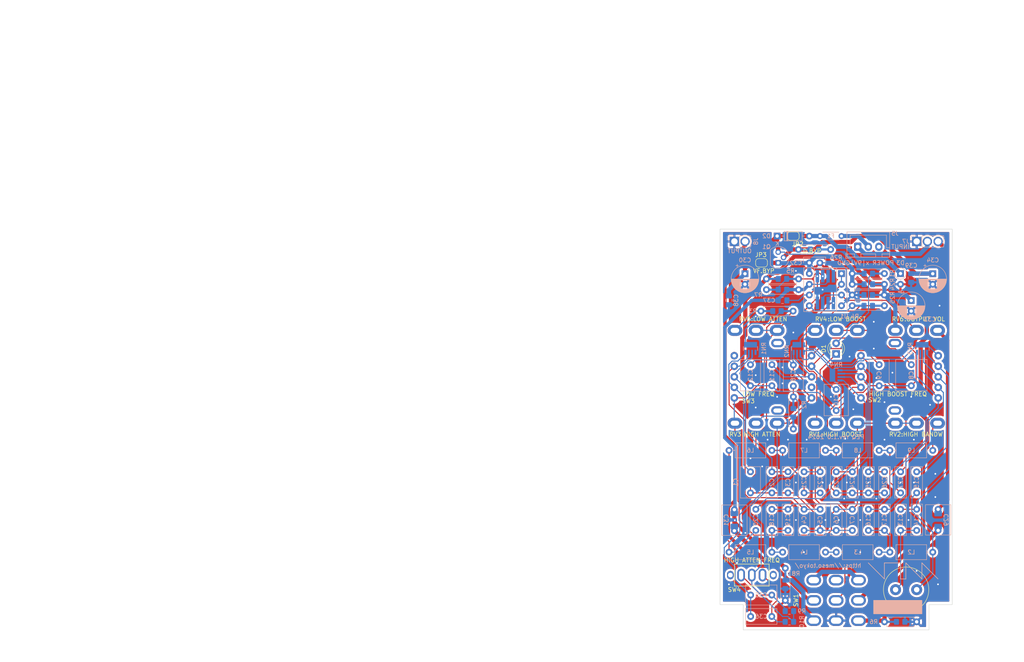
<source format=kicad_pcb>
(kicad_pcb (version 20211014) (generator pcbnew)
  (layers (0 "F.Cu" signal) (31 "B.Cu" signal) (34 "B.Paste" user) (35 "F.Paste" user) (36 "B.SilkS" user "B.Silkscreen") (37 "F.SilkS" user "F.Silkscreen") (38 "B.Mask" user) (39 "F.Mask" user) (44 "Edge.Cuts" user))
  (net 0 "")
  (net 1 "+VDC")
  (net 2 "EQ_OUT")
  (net 3 "OUTPUT")
  (net 4 "SW2B")
  (net 5 "LOW_ATTEN_BANK_IN")
  (net 6 "LOW_BOOST_BANK_IN")
  (net 7 "INPUT")
  (net 8 "SW2C")
  (net 9 "Net-(C13-Pad2)")
  (net 10 "SW2D")
  (net 11 "Net-(C15-Pad2)")
  (net 12 "SW2E")
  (net 13 "SW2F")
  (net 14 "Net-(C16-Pad2)")
  (net 15 "Net-(C20-Pad2)")
  (net 16 "SW2G")
  (net 17 "SW2I")
  (net 18 "Net-(C18-Pad2)")
  (net 19 "SW3C")
  (net 20 "SW2H")
  (net 21 "SW3D")
  (net 22 "SW3E")
  (net 23 "SW3F")
  (net 24 "SW3G")
  (net 25 "SW3H")
  (net 26 "Net-(C28-Pad1)")
  (net 27 "Net-(C21-Pad2)")
  (net 28 "GND_SWITCH")
  (net 29 "Net-(C23-Pad2)")
  (net 30 "BOOST_BANK_IN")
  (net 31 "Net-(D1-Pad1)")
  (net 32 "Net-(C27-Pad2)")
  (net 33 "SW2J")
  (net 34 "Net-(L3-Pad1)")
  (net 35 "Net-(D1-Pad2)")
  (net 36 "Net-(C29-Pad2)")
  (net 38 "INPUT_JACK")
  (net 39 "OUTPUT_JACK")
  (net 40 "GND")
  (net 41 "Net-(C31-Pad1)")
  (net 42 "Net-(D2-Pad2)")
  (net 43 "BOOST_BANK_OUT")
  (net 44 "Net-(C35-Pad1)")
  (net 45 "Net-(Q1-Pad3)")
  (net 46 "BUF_OUT")
  (net 47 "Net-(C34-Pad1)")
  (net 48 "Net-(RV6-Pad2)")
  (net 50 "Net-(R3-Pad1)")
  (net 53 "LOW_BOOST_BANK_OUT")
  (net 54 "Net-(C36-Pad1)")
  (net 55 "Net-(R2-Pad2)")
  (net 56 "Net-(SW1-Pad3)")
  (net 58 "Net-(C37-Pad1)")
  (net 59 "Net-(J5-Pad2)")
  (footprint "ak_misc:POT-16mm" (layer "F.Cu") (at 205.5 116 180)
    (fp_text reference "RV1")
    (fp_text value "BOOST_HIGH:B10k")
  )
  (footprint "ak_misc:SR1712F-XXXX-15K0A-B9-N-027-oval" (layer "F.Cu") (at 220.5 92 90)
    (fp_text reference "SW2")
    (fp_text value "HIGH_FREQ_SW")
  )
  (footprint "ak_misc:POT-16mm" (layer "F.Cu") (at 186.5 68)
    (fp_text reference "RV5")
    (fp_text value "ATTEN:A100k")
  )
  (footprint "ak_misc:SR1712F-XXXX-15K0A-B9-N-027-oval" (layer "F.Cu") (at 190.5 92 -90)
    (fp_text reference "SW3")
    (fp_text value "LOW_FREQ_SW")
  )
  (footprint "ak_misc:POT-16mm" (layer "F.Cu") (at 186.5 116 180)
    (fp_text reference "RV3")
    (fp_text value "ATTEN_HIGH:B1k")
  )
  (footprint "LED_THT:LED_D3.0mm" (layer "F.Cu") (at 205.47 86.585 90)
    (fp_text reference "D1")
    (fp_text value "LED")
  )
  (footprint "Inductor_THT:L_Radial_D10.5mm_P5.00mm_Abacron_AISR-01" (layer "F.Cu") (at 224.55 142.46 180)
    (fp_text reference "L1")
    (fp_text value "100m")
  )
  (footprint "ak_misc:spdt-sw-micro-with-fixer" (layer "F.Cu") (at 185.5 139)
    (fp_text reference "SW4")
    (fp_text value "SW_SPDT")
  )
  (footprint "ak_misc:POT-16mm" (layer "F.Cu") (at 224.5 116 180)
    (fp_text reference "RV2")
    (fp_text value "BANDWIDTH:B5k")
  )
  (footprint "Jumper:SolderJumper-2_P1.3mm_Open_RoundedPad1.0x1.5mm" (layer "F.Cu") (at 187.802 64.99)
    (fp_text reference "JP3")
    (fp_text value "Jumper_2_Open")
  )
  (footprint "Jumper:SolderJumper-2_P1.3mm_Open_RoundedPad1.0x1.5mm" (layer "F.Cu") (at 195.31 58.64 180)
    (fp_text reference "JP2")
    (fp_text value "Jumper_2_Open")
  )
  (footprint "ak_misc:3PDT_FootSwitch_ovalpad" (layer "F.Cu") (at 205.47 145 90)
    (fp_text reference "SW1")
    (fp_text value "3PDT_FootSwitch")
  )
  (footprint "ak_misc:POT-16mm" (layer "F.Cu") (at 224.5 68)
    (fp_text reference "RV6")
    (fp_text value "VOL:A1M")
  )
  (footprint "ak_misc:POT-16mm" (layer "F.Cu") (at 205.5 68)
    (fp_text reference "RV4")
    (fp_text value "BOOST:A10k")
  )
  (footprint "Capacitor_THT:C_Rect_L7.2mm_W7.2mm_P5.00mm_FKS2_FKP2_MKS2_MKP2" (layer "B.Cu") (at 223.28 89.12 -90)
    (fp_text reference "C8")
    (fp_text value "1.5u")
  )
  (footprint "Capacitor_THT:C_Rect_L7.2mm_W2.5mm_P5.00mm_FKS2_FKP2_MKS2_MKP2" (layer "B.Cu") (at 216.93 114.52 -90)
    (fp_text reference "C26")
    (fp_text value "3.3n")
  )
  (footprint "Capacitor_THT:C_Rect_L7.2mm_W2.5mm_P5.00mm_FKS2_FKP2_MKS2_MKP2" (layer "B.Cu") (at 190.26 114.52 -90)
    (fp_text reference "C2")
    (fp_text value "10n")
  )
  (footprint "Package_TO_SOT_THT:TO-92" (layer "B.Cu") (at 191.745 64.99 90)
    (fp_text reference "Q1")
    (fp_text value "2N3904")
  )
  (footprint "Inductor_THT:L_Axial_L7.0mm_D3.3mm_P10.16mm_Horizontal_Fastron_MICC" (layer "B.Cu") (at 228.36 109.44 180)
    (fp_text reference "L9")
    (fp_text value "22m")
  )
  (footprint "Capacitor_THT:C_Rect_L7.2mm_W2.5mm_P5.00mm_FKS2_FKP2_MKS2_MKP2" (layer "B.Cu") (at 197.88 114.52 -90)
    (fp_text reference "C21")
    (fp_text value "4.7n")
  )
  (footprint "ak_misc:R_Axial_DIN0207_L6.3mm_D2.5mm_P7.62mm_with_SMD" (layer "B.Cu") (at 188.96 71.34)
    (fp_text reference "R7")
    (fp_text value "47k")
  )
  (footprint "Capacitor_THT:C_Rect_L7.2mm_W2.5mm_P5.00mm_FKS2_FKP2_MKS2_MKP2" (layer "B.Cu") (at 205.5 114.52 -90)
    (fp_text reference "C23")
    (fp_text value "4.7n")
  )
  (footprint "Inductor_THT:L_Axial_L7.0mm_D3.3mm_P10.16mm_Horizontal_Fastron_MICC" (layer "B.Cu") (at 215.66 109.44 180)
    (fp_text reference "L8")
    (fp_text value "12m")
  )
  (footprint "ak_misc:R_Axial_DIN0207_L6.3mm_D2.5mm_P7.62mm_with_SMD" (layer "B.Cu") (at 209.28 75.15)
    (fp_text reference "R4")
    (fp_text value "10k")
  )
  (footprint "Capacitor_THT:C_Rect_L7.2mm_W2.5mm_P5.00mm_FKS2_FKP2_MKS2_MKP2" (layer "B.Cu") (at 205.5 123.41 -90)
    (fp_text reference "C6")
    (fp_text value "2.2n")
  )
  (footprint "Capacitor_THT:C_Rect_L7.2mm_W2.5mm_P5.00mm_FKS2_FKP2_MKS2_MKP2" (layer "B.Cu") (at 213.12 114.52 -90)
    (fp_text reference "C25")
    (fp_text value "2.2n")
  )
  (footprint "Diode_THT:D_DO-35_SOD27_P7.62mm_Horizontal" (layer "B.Cu") (at 191.5 58.64)
    (fp_text reference "D2")
    (fp_text value "D")
  )
  (footprint "ak_misc:R_Axial_DIN0207_L6.3mm_D2.5mm_P7.62mm_with_SMD" (layer "B.Cu") (at 216.9 70.07 180)
    (fp_text reference "R24")
    (fp_text value "47k")
  )
  (footprint "Resistor_THT:R_Axial_DIN0204_L3.6mm_D1.6mm_P5.08mm_Horizontal" (layer "B.Cu") (at 206.74 58.64 180)
    (fp_text reference "F1")
    (fp_text value "Polyfuse")
  )
  (footprint "Capacitor_SMD:C_0805_2012Metric_Pad1.18x1.45mm_HandSolder" (layer "B.Cu") (at 223.25 68.5675 90)
    (fp_text reference "C39")
    (fp_text value "0.1u")
  )
  (footprint "Capacitor_THT:C_Rect_L7.2mm_W3.5mm_P5.00mm_FKS2_FKP2_MKS2_MKP2" (layer "B.Cu") (at 190.23 148.81 180)
    (fp_text reference "C36")
    (fp_text value "220n")
  )
  (footprint "ak_misc:C_Rect_L7.2mm_W7.2mm_P5.00mm_with_SMD_3216" (layer "B.Cu") (at 229.63 128.41 90)
    (fp_text reference "C29")
    (fp_text value "1u")
  )
  (footprint "Capacitor_THT:C_Rect_L7.2mm_W2.5mm_P5.00mm_FKS2_FKP2_MKS2_MKP2" (layer "B.Cu") (at 220.74 123.41 -90)
    (fp_text reference "C13")
    (fp_text value "47n")
  )
  (footprint "ak_misc:R_Array_Convex_4x0603_handsolder" (layer "B.Cu") (at 205.5 91.66)
    (fp_text reference "RN4")
    (fp_text value "R_Pack04")
  )
  (footprint "Inductor_THT:L_Axial_L7.0mm_D3.3mm_P10.16mm_Horizontal_Fastron_MICC" (layer "B.Cu") (at 190.26 109.44 180)
    (fp_text reference "L6")
    (fp_text value "18m")
  )
  (footprint "Inductor_THT:L_Axial_L7.0mm_D3.3mm_P10.16mm_Horizontal_Fastron_MICC" (layer "B.Cu") (at 192.8 133.57)
    (fp_text reference "L4")
    (fp_text value "22m")
  )
  (footprint "Resistor_SMD:R_0805_2012Metric_Pad1.20x1.40mm_HandSolder" (layer "B.Cu") (at 194.405 150.08)
    (fp_text reference "R10")
    (fp_text value "470k")
  )
  (footprint "ak_misc:R_Axial_DIN0207_L6.3mm_D2.5mm_P7.62mm_with_SMD" (layer "B.Cu") (at 195.34 96.74 -90)
    (fp_text reference "R2")
    (fp_text value "75")
  )
  (footprint "Inductor_THT:L_Axial_L7.0mm_D3.3mm_P10.16mm_Horizontal_Fastron_MICC" (layer "B.Cu") (at 218.2 133.57)
    (fp_text reference "L2")
    (fp_text value "47m")
  )
  (footprint "Inductor_THT:L_Axial_L7.0mm_D3.3mm_P10.16mm_Horizontal_Fastron_MICC" (layer "B.Cu") (at 180.1 133.57)
    (fp_text reference "L5")
    (fp_text value "12m")
  )
  (footprint "Capacitor_SMD:C_0805_2012Metric_Pad1.18x1.45mm_HandSolder" (layer "B.Cu") (at 192.77 73.88 180)
    (fp_text reference "C37")
    (fp_text value "NC")
  )
  (footprint "ak_misc:R_Axial_DIN0207_L6.3mm_D2.5mm_P7.62mm_with_SMD" (layer "B.Cu") (at 224.55 150.08 180)
    (fp_text reference "R6")
    (fp_text value "1Meg")
  )
  (footprint "Capacitor_THT:CP_Radial_D6.3mm_P2.50mm" (layer "B.Cu") (at 228.36 67.57 -90)
    (fp_text reference "C34")
    (fp_text value "47u")
  )
  (footprint "ak_misc:C_Rect_L7.2mm_W7.2mm_P5.00mm_with_SMD_3216" (layer "B.Cu") (at 181.37 123.49 -90)
    (fp_text reference "C31")
    (fp_text value "1u")
  )
  (footprint "ak_misc:R_Array_Convex_4x0603_handsolder" (layer "B.Cu") (at 185.18 85.31 -90)
    (fp_text reference "RN1")
    (fp_text value "R_Pack04")
  )
  (footprint "Capacitor_THT:C_Rect_L7.2mm_W2.5mm_P5.00mm_FKS2_FKP2_MKS2_MKP2" (layer "B.Cu") (at 224.55 123.41 -90)
    (fp_text reference "C14")
    (fp_text value "33n")
  )
  (footprint "ak_misc:R_Axial_DIN0207_L6.3mm_D2.5mm_P7.62mm_with_SMD" (layer "B.Cu") (at 193.435 145 90)
    (fp_text reference "R8")
    (fp_text value "1Meg")
  )
  (footprint "Capacitor_THT:C_Rect_L7.2mm_W4.5mm_P5.00mm_FKS2_FKP2_MKS2_MKP2" (layer "B.Cu") (at 185.18 114.52 -90)
    (fp_text reference "C1")
    (fp_text value "56n")
  )
  (footprint "Resistor_SMD:R_0805_2012Metric_Pad1.20x1.40mm_HandSolder" (layer "B.Cu") (at 194.405 147.54)
    (fp_text reference "R9")
    (fp_text value "470k")
  )
  (footprint "Capacitor_THT:C_Rect_L7.2mm_W2.5mm_P5.00mm_FKS2_FKP2_MKS2_MKP2" (layer "B.Cu") (at 209.31 114.52 -90)
    (fp_text reference "C24")
    (fp_text value "2.2n")
  )
  (footprint "Capacitor_THT:C_Rect_L7.2mm_W2.5mm_P5.00mm_FKS2_FKP2_MKS2_MKP2" (layer "B.Cu") (at 197.88 123.41 -90)
    (fp_text reference "C4")
    (fp_text value "4.7n")
  )
  (footprint "ak_misc:R_Array_Convex_4x0603_handsolder" (layer "B.Cu") (at 225.82 85.31 -90)
    (fp_text reference "RN3")
    (fp_text value "R_Pack04")
  )
  (footprint "ak_misc:R_Axial_DIN0207_L6.3mm_D2.5mm_P7.62mm_with_SMD" (layer "B.Cu") (at 187.66 76.42)
    (fp_text reference "R3")
    (fp_text value "1k")
  )
  (footprint "Capacitor_THT:C_Rect_L7.2mm_W4.5mm_P5.00mm_FKS2_FKP2_MKS2_MKP2" (layer "B.Cu") (at 190.23 143.73 180)
    (fp_text reference "C35")
    (fp_text value "68n")
  )
  (footprint "Capacitor_THT:CP_Radial_D6.3mm_P2.50mm" (layer "B.Cu") (at 223.25 73.92 -90)
    (fp_text reference "C33")
    (fp_text value "47u")
  )
  (footprint "Capacitor_THT:C_Rect_L7.2mm_W2.5mm_P5.00mm_FKS2_FKP2_MKS2_MKP2" (layer "B.Cu") (at 209.31 123.41 -90)
    (fp_text reference "C7")
    (fp_text value "10n")
  )
  (footprint "ak_misc:Jack_Pad_TS" (layer "B.Cu") (at 181.37 59.91 -90)
    (fp_text reference "J8")
    (fp_text value "OUTPUT")
  )
  (footprint "Capacitor_THT:C_Rect_L7.2mm_W4.5mm_P5.00mm_FKS2_FKP2_MKS2_MKP2" (layer "B.Cu") (at 185.18 89.12 -90)
    (fp_text reference "C12")
    (fp_text value "330n")
  )
  (footprint "Inductor_THT:L_Axial_L7.0mm_D3.3mm_P10.16mm_Horizontal_Fastron_MICC" (layer "B.Cu") (at 205.5 133.57)
    (fp_text reference "L3")
    (fp_text value "47m")
  )
  (footprint "Capacitor_THT:C_Disc_D5.0mm_W2.5mm_P2.50mm" (layer "B.Cu") (at 201.62 64.99 180)
    (fp_text reference "C32")
    (fp_text value "0.1u")
  )
  (footprint "ak_misc:Jack_Pad_TRS" (layer "B.Cu") (at 227.09 59.91 -90)
    (fp_text reference "J7")
    (fp_text value "INPUT")
  )
  (footprint "ak_misc:R_Axial_DIN0207_L6.3mm_D2.5mm_P7.62mm_with_SMD" (layer "B.Cu") (at 196.55 61.815)
    (fp_text reference "R26")
    (fp_text value "1k")
  )
  (footprint "Capacitor_THT:CP_Radial_D6.3mm_P2.50mm" (layer "B.Cu") (at 183.88 67.57 -90)
    (fp_text reference "C30")
    (fp_text value "47u")
  )
  (footprint "Capacitor_THT:C_Rect_L7.2mm_W2.5mm_P5.00mm_FKS2_FKP2_MKS2_MKP2" (layer "B.Cu") (at 220.74 114.52 -90)
    (fp_text reference "C27")
    (fp_text value "4.7n")
  )
  (footprint "Capacitor_THT:C_Rect_L7.2mm_W2.5mm_P5.00mm_FKS2_FKP2_MKS2_MKP2" (layer "B.Cu") (at 190.26 123.41 -90)
    (fp_text reference "C18")
    (fp_text value "4.7n")
  )
  (footprint "ak_misc:R_Axial_DIN0207_L6.3mm_D2.5mm_P7.62mm_with_SMD" (layer "B.Cu") (at 209.28 72.61)
    (fp_text reference "R25")
    (fp_text value "47k")
  )
  (footprint "Capacitor_THT:C_Rect_L7.2mm_W2.5mm_P5.00mm_FKS2_FKP2_MKS2_MKP2" (layer "B.Cu") (at 213.12 123.41 -90)
    (fp_text reference "C16")
    (fp_text value "3.3n")
  )
  (footprint "ak_misc:R_Axial_DIN0207_L6.3mm_D2.5mm_P7.62mm_with_SMD" (layer "B.Cu") (at 216.9 67.53 180)
    (fp_text reference "R1")
    (fp_text value "47k")
  )
  (footprint "Capacitor_SMD:C_0805_2012Metric_Pad1.18x1.45mm_HandSolder" (layer "B.Cu") (at 180.07 73.88 90)
    (fp_text reference "C38")
    (fp_text value "0.1u")
  )
  (footprint "Capacitor_THT:C_Rect_L7.2mm_W2.5mm_P5.00mm_FKS2_FKP2_MKS2_MKP2" (layer "B.Cu") (at 186.45 123.41 -90)
    (fp_text reference "C20")
    (fp_text value "15n")
  )
  (footprint "ak_misc:DIP-8_W7.62mm_Socket_w_SOP8" (layer "B.Cu") (at 206.74 67.53 180)
    (fp_text reference "U1")
    (fp_text value "NJM4580")
  )
  (footprint "Capacitor_THT:C_Rect_L7.2mm_W4.5mm_P5.00mm_FKS2_FKP2_MKS2_MKP2" (layer "B.Cu") (at 215.66 89.12 -90)
    (fp_text reference "C9")
    (fp_text value "330n")
  )
  (footprint "Connector_JST:JST_XH_B3B-XH-A_1x03_P2.50mm_Vertical" (layer "B.Cu") (at 210.59 61.18)
    (fp_text reference "J5")
    (fp_text value "DC_IN")
  )
  (footprint "Capacitor_THT:C_Rect_L7.2mm_W3.5mm_P5.00mm_FKS2_FKP2_MKS2_MKP2" (layer "B.Cu") (at 190.26 89.12 -90)
    (fp_text reference "C11")
    (fp_text value "220n")
  )
  (footprint "Capacitor_THT:C_Rect_L7.2mm_W2.5mm_P5.00mm_FKS2_FKP2_MKS2_MKP2" (layer "B.Cu") (at 194.07 114.52 -90)
    (fp_text reference "C3")
    (fp_text value "15n")
  )
  (footprint "Capacitor_THT:C_Rect_L7.2mm_W2.5mm_P5.00mm_FKS2_FKP2_MKS2_MKP2" (layer "B.Cu") (at 224.55 114.52 -90)
    (fp_text reference "C15")
    (fp_text value "33n")
  )
  (footprint "Capacitor_THT:C_Rect_L7.2mm_W2.5mm_P5.00mm_FKS2_FKP2_MKS2_MKP2" (layer "B.Cu") (at 216.93 123.41 -90)
    (fp_text reference "C17")
    (fp_text value "15n")
  )
  (footprint "Capacitor_THT:C_Rect_L7.2mm_W2.5mm_P5.00mm_FKS2_FKP2_MKS2_MKP2" (layer "B.Cu") (at 201.69 114.52 -90)
    (fp_text reference "C22")
    (fp_text value "3.3n")
  )
  (footprint "Capacitor_THT:C_Rect_L7.2mm_W5.5mm_P5.00mm_FKS2_FKP2_MKS2_MKP2" (layer "B.Cu") (at 205.5 95 -90)
    (fp_text reference "C10")
    (fp_text value "470n")
  )
  (footprint "Capacitor_THT:C_Rect_L7.2mm_W2.5mm_P5.00mm_FKS2_FKP2_MKS2_MKP2" (layer "B.Cu") (at 194.07 123.41 -90)
    (fp_text reference "C19")
    (fp_text value "15n")
  )
  (footprint "Diode_THT:D_DO-35_SOD27_P2.54mm_Vertical_AnodeUp" (layer "B.Cu") (at 220.71 67.53 -90)
    (fp_text reference "D3")
    (fp_text value "D_Zener")
  )
  (footprint "Capacitor_THT:C_Rect_L7.2mm_W2.5mm_P5.00mm_FKS2_FKP2_MKS2_MKP2" (layer "B.Cu") (at 201.69 123.41 -90)
    (fp_text reference "C5")
    (fp_text value "3.3n")
  )
  (footprint "ak_misc:R_Array_Convex_4x0603_handsolder" (layer "B.Cu") (at 196.61 85.31 -90)
    (fp_text reference "RN2")
    (fp_text value "R_Pack04")
  )
  (footprint "ak_misc:R_Axial_DIN0207_L6.3mm_D2.5mm_P7.62mm_with_SMD" (layer "B.Cu") (at 188.96 68.8)
    (fp_text reference "R5")
    (fp_text value "1k")
  )
  (footprint "Inductor_THT:L_Axial_L7.0mm_D3.3mm_P10.16mm_Horizontal_Fastron_MICC" (layer "B.Cu") (at 202.96 109.44 180)
    (fp_text reference "L7")
    (fp_text value "18m")
  )
  (footprint "Capacitor_THT:C_Rect_L7.2mm_W4.5mm_P5.00mm_FKS2_FKP2_MKS2_MKP2" (layer "B.Cu") (at 195.34 94.2 90)
    (fp_text reference "C28")
    (fp_text value "68n")
  )
  (gr_rect (start 195.2 83.8) (end 197.2 85) (layer "B.Cu") (width 0.1) (fill solid))
  (gr_rect (start 186.7 83.8) (end 183.7 85) (layer "B.Cu") (width 0.1) (fill solid))
  (gr_rect (start 204 90.2) (end 205.2 93.1) (layer "B.Cu") (width 0.1) (fill solid))
  (gr_rect (start 224.4 83.8) (end 227.3 85) (layer "B.Cu") (width 0.1) (fill solid))
  (gr_line (start 221.98 136.11) (end 225.79 139.92) (layer "B.SilkS") (width 0.15))
  (gr_line (start 220.71 139.92) (end 221.98 139.92) (layer "B.SilkS") (width 0.15))
  (gr_line (start 220.71 136.11) (end 220.71 139.92) (layer "B.SilkS") (width 0.15))
  (gr_line (start 216.9 136.11) (end 220.71 136.11) (layer "B.SilkS") (width 0.15))
  (gr_rect (start 225.79 145) (end 214.36 148.175) (layer "B.SilkS") (width 0.15) (fill solid))
  (gr_line (start 221.98 139.92) (end 221.98 136.11) (layer "B.SilkS") (width 0.15))
  (gr_line (start 213.09 136.11) (end 216.9 139.92) (layer "B.SilkS") (width 0.15))
  (gr_line (start 216.9 139.92) (end 216.9 136.11) (layer "B.SilkS") (width 0.15))
  (gr_line (start 225.79 136.11) (end 229.6 139.92) (layer "B.SilkS") (width 0.15))
  (gr_line (start 225.79 139.92) (end 225.79 136.11) (layer "B.SilkS") (width 0.15))
  (gr_poly (pts (xy 232.97 146) (xy 227.47 146) (xy 227.47 152) (xy 183.47 152) (xy 183.47 146) (xy 177.97 146) (xy 177.97 57) (xy 232.97 57)) (layer "Edge.Cuts") (width 0.1) (fill none))
  (gr_text "OUTPUT" (at 182.61 62.196) (layer "B.SilkS") (effects (font (size 1 1)) (justify mirror)))
  (gr_text "PEQ rev.1.0 2024" (at 205.47 106.265) (layer "B.SilkS") (effects (font (size 1 1)) (justify mirror)))
  (gr_text "POWER x|9V|GND" (at 212.455 64.99) (layer "B.SilkS") (effects (font (size 1 1)) (justify mirror)))
  (gr_text "https://meso.tokyo/" (at 203.565 136.745) (layer "B.SilkS") (effects (font (size 1 1)) (justify mirror)))
  (gr_text "INPUT" (at 220.71 61.18) (layer "B.SilkS") (effects (font (size 1 1)) (justify mirror)))
  (gr_text "HIGH ATTEN FREQ" (at 185.5 135.475) (layer "F.SilkS") (effects (font (size 1 1))))
  (gr_text ":LOW ATTEN" (at 189.595 78.325) (layer "F.SilkS") (effects (font (size 1 1))))
  (gr_text ":LOW BOOST" (at 208.01 78.325) (layer "F.SilkS") (effects (font (size 1 1))))
  (gr_text ":HIGH ATTEN" (at 187.69 105.63) (layer "F.SilkS") (effects (font (size 1 1))))
  (gr_text "VF.BYP" (at 188.325 66.895) (layer "F.SilkS") (effects (font (size 1 1))))
  (gr_text "HIGH BOOST FREQ" (at 220.075 96.105) (layer "F.SilkS") (effects (font (size 1 1))))
  (gr_text ":HIGH BOOST" (at 206.74 105.63) (layer "F.SilkS") (effects (font (size 1 1))))
  (gr_text ":HIGH BANDW" (at 225.79 105.63) (layer "F.SilkS") (effects (font (size 1 1))))
  (gr_text "LOW FREQ" (at 187.055 96.105) (layer "F.SilkS") (effects (font (size 1 1))))
  (gr_text "D.BYP" (at 199.755 62.196) (layer "F.SilkS") (effects (font (size 1 1))))
  (gr_text ":OUTPUT VOL" (at 226.425 78.325) (layer "F.SilkS") (effects (font (size 1 1))))
  (segment (start 188.452 64.99) (end 191.745 64.99) (width 1) (layer "F.Cu") (net 1))
  (segment (start 206.37137 63.49) (end 200.62 63.49) (width 1) (layer "B.Cu") (net 1))
  (segment (start 199.04 65.07) (end 199.12 64.99) (width 1) (layer "B.Cu") (net 1))
  (segment (start 200.62 63.49) (end 199.12 64.99) (width 1) (layer "B.Cu") (net 1))
  (segment (start 204.03 66.26) (end 200.39 66.26) (width 0.25) (layer "B.Cu") (net 1))
  (segment (start 199.12 67.53) (end 199.12 64.99) (width 1) (layer "B.Cu") (net 1))
  (segment (start 209.28 70.07) (end 209.28 67.53) (width 1) (layer "B.Cu") (net 1))
  (segment (start 209.28 66.39863) (end 206.37137 63.49) (width 1) (layer "B.Cu") (net 1))
  (segment (start 204.835 68.165) (end 204.835 67.065) (width 0.25) (layer "B.Cu") (net 1))
  (segment (start 200.39 66.26) (end 199.12 64.99) (width 0.25) (layer "B.Cu") (net 1))
  (segment (start 191.825 65.07) (end 199.04 65.07) (width 1) (layer "B.Cu") (net 1))
  (segment (start 209.28 67.53) (end 209.28 66.39863) (width 1) (layer "B.Cu") (net 1))
  (segment (start 204.835 67.065) (end 204.03 66.26) (width 0.25) (layer "B.Cu") (net 1))
  (segment (start 191.745 64.99) (end 191.825 65.07) (width 1) (layer "B.Cu") (net 1))
  (segment (start 185.18 116.29) (end 186.47 115) (width 0.25) (layer "F.Cu") (net 2))
  (segment (start 186.47 106.03) (end 188.99 103.51) (width 0.25) (layer "F.Cu") (net 2))
  (segment (start 188.99 103.51) (end 188.99 83.51) (width 0.25) (layer "F.Cu") (net 2))
  (segment (start 190.26 119.52) (end 185.18 119.52) (width 0.25) (layer "F.Cu") (net 2))
  (segment (start 201.025 73.245) (end 201.025 68.165) (width 0.25) (layer "F.Cu") (net 2))
  (segment (start 199.12 75.15) (end 196.58 77.69) (width 0.25) (layer "F.Cu") (net 2))
  (segment (start 188.99 83.51) (end 191.5 81) (width 0.25) (layer "F.Cu") (net 2))
  (segment (start 186.47 115) (end 186.47 106.03) (width 0.25) (layer "F.Cu") (net 2))
  (segment (start 201.69 125.629009) (end 201.69 128.41) (width 0.25) (layer "F.Cu") (net 2))
  (segment (start 194.07 119.52) (end 195.580991 119.52) (width 0.25) (layer "F.Cu") (net 2))
  (segment (start 195.580991 119.52) (end 201.69 125.629009) (width 0.25) (layer "F.Cu") (net 2))
  (segment (start 194.07 119.52) (end 190.26 119.52) (width 0.25) (layer "F.Cu") (net 2))
  (segment (start 199.12 75.15) (end 201.025 73.245) (width 0.25) (layer "F.Cu") (net 2))
  (segment (start 185.18 119.52) (end 185.18 116.29) (width 0.25) (layer "F.Cu") (net 2))
  (segment (start 194.81 77.69) (end 191.5 81) (width 0.25) (layer "F.Cu") (net 2))
  (segment (start 196.58 77.69) (end 194.81 77.69) (width 0.25) (layer "F.Cu") (net 2))
  (via (at 201.025 68.165) (size 0.8) (drill 0.4) (layers "F.Cu" "B.Cu") (net 2))
  (segment (start 209.28 75.15) (end 208.09 76.34) (width 0.25) (layer "B.Cu") (net 2))
  (segment (start 205.5 128.41) (end 209.31 128.41) (width 0.25) (layer "B.Cu") (net 2))
  (segment (start 186.5 81) (end 191.5 81) (width 0.25) (layer "B.Cu") (net 2))
  (segment (start 208.09 76.34) (end 200.31 76.34) (width 0.25) (layer "B.Cu") (net 2))
  (segment (start 200.31 76.34) (end 199.12 75.15) (width 0.25) (layer "B.Cu") (net 2))
  (segment (start 205.5 128.41) (end 201.69 128.41) (width 0.25) (layer "B.Cu") (net 2))
  (segment (start 201.69 128.41) (end 197.88 128.41) (width 0.25) (layer "B.Cu") (net 2))
  (segment (start 191.855 135.8) (end 193.435 137.38) (width 1) (layer "F.Cu") (net 3))
  (segment (start 181.37 128.49) (end 188.68 135.8) (width 1) (layer "F.Cu") (net 3))
  (segment (start 188.68 135.8) (end 191.855 135.8) (width 1) (layer "F.Cu") (net 3))
  (segment (start 200.17 149.8) (end 197.72 147.35) (width 1) (layer "B.Cu") (net 3))
  (segment (start 194.991 140.206) (end 193.435 140.206) (width 1) (layer "B.Cu") (net 3))
  (segment (start 197.72 147.35) (end 197.72 142.935) (width 1) (layer "B.Cu") (net 3))
  (segment (start 197.72 142.935) (end 194.991 140.206) (width 1) (layer "B.Cu") (net 3))
  (segment (start 224.55 123.41) (end 220.74 123.41) (width 0.25) (layer "F.Cu") (net 4))
  (segment (start 227.02 86.87) (end 229.65 89.5) (width 0.25) (layer "B.Cu") (net 4))
  (segment (start 232.14 91.99) (end 229.65 89.5) (width 0.25) (layer "B.Cu") (net 4))
  (segment (start 224.55 123.41) (end 224.55 121.505) (width 0.25) (layer "B.Cu") (net 4))
  (segment (start 224.55 121.505) (end 232.14 113.915) (width 0.25) (layer "B.Cu") (net 4))
  (segment (start 232.14 113.915) (end 232.14 91.99) (width 0.25) (layer "B.Cu") (net 4))
  (segment (start 183.890991 97) (end 181.35 97) (width 0.25) (layer "F.Cu") (net 5))
  (segment (start 209.31 123.41) (end 210.5 122.22) (width 0.25) (layer "F.Cu") (net 5))
  (segment (start 204.375 128.365) (end 203.2 129.54) (width 0.25) (layer "F.Cu") (net 5))
  (segment (start 203.2 129.54) (end 185.989009 129.54) (width 0.25) (layer "F.Cu") (net 5))
  (segment (start 192.325 79.375) (end 189.945 79.375) (width 0.25) (layer "F.Cu") (net 5))
  (segment (start 189.945 79.375) (end 189.025 80.295) (width 0.25) (layer "F.Cu") (net 5))
  (segment (start 182.225 121.505) (end 182.225 107.999695) (width 0.25) (layer "F.Cu") (net 5))
  (segment (start 219.5 103) (end 210.5 103) (width 0.25) (layer "F.Cu") (net 5))
  (segment (start 189.025 80.295) (end 189.025 82.515) (width 0.25) (layer "F.Cu") (net 5))
  (segment (start 189.025 82.515) (end 188.54 83) (width 0.25) (layer "F.Cu") (net 5))
  (segment (start 195.28 76.42) (end 192.325 79.375) (width 0.25) (layer "F.Cu") (net 5))
  (segment (start 181.5 107.274695) (end 181.5 103) (width 0.25) (layer "F.Cu") (net 5))
  (segment (start 182.495 121.775) (end 182.225 121.505) (width 0.25) (layer "F.Cu") (net 5))
  (segment (start 185.989009 129.54) (end 182.495 126.045991) (width 0.25) (layer "F.Cu") (net 5))
  (segment (start 188.54 83) (end 188.54 92.350991) (width 0.25) (layer "F.Cu") (net 5))
  (segment (start 204.375 124.535) (end 204.375 128.365) (width 0.25) (layer "F.Cu") (net 5))
  (segment (start 210.5 122.22) (end 210.5 103) (width 0.25) (layer "F.Cu") (net 5))
  (segment (start 188.54 92.350991) (end 183.890991 97) (width 0.25) (layer "F.Cu") (net 5))
  (segment (start 205.5 123.41) (end 204.375 124.535) (width 0.25) (layer "F.Cu") (net 5))
  (segment (start 182.495 126.045991) (end 182.495 121.775) (width 0.25) (layer "F.Cu") (net 5))
  (segment (start 182.225 107.999695) (end 181.5 107.274695) (width 0.25) (layer "F.Cu") (net 5))
  (segment (start 181.35 102.85) (end 181.5 103) (width 0.25) (layer "B.Cu") (net 5))
  (segment (start 224.5 103) (end 219.5 103) (width 0.25) (layer "B.Cu") (net 5))
  (segment (start 181.35 97) (end 181.35 102.85) (width 0.25) (layer "B.Cu") (net 5))
  (segment (start 189.499 79.375) (end 187.325 79.375) (width 0.25) (layer "B.Cu") (net 5))
  (segment (start 183.98 84.41) (end 186.38 84.41) (width 0.25) (layer "B.Cu") (net 5))
  (segment (start 183.98 80.771903) (end 183.98 84.41) (width 0.25) (layer "B.Cu") (net 5))
  (segment (start 185.376903 79.375) (end 183.98 80.771903) (width 0.25) (layer "B.Cu") (net 5))
  (segment (start 187.325 79.375) (end 185.376903 79.375) (width 0.25) (layer "B.Cu") (net 5))
  (segment (start 192.454 76.42) (end 189.499 79.375) (width 0.25) (layer "B.Cu") (net 5))
  (segment (start 205.5 123.41) (end 209.31 123.41) (width 0.25) (layer "B.Cu") (net 5))
  (segment (start 205.08 76.42) (end 200.5 81) (width 0.25) (layer "F.Cu") (net 6))
  (segment (start 199.65 97) (end 197.88 95.23) (width 0.25) (layer "F.Cu") (net 6))
  (segment (start 195.34 90.39) (end 195.34 89.2) (width 0.25) (layer "F.Cu") (net 6))
  (segment (start 216.9 75.15) (end 211.185 75.15) (width 0.25) (layer "F.Cu") (net 6))
  (segment (start 211.185 75.15) (end 209.915 76.42) (width 0.25) (layer "F.Cu") (net 6))
  (segment (start 199.65 97) (end 193.65 103) (width 0.25) (layer "F.Cu") (net 6))
  (segment (start 197.88 92.93) (end 195.34 90.39) (width 0.25) (layer "F.Cu") (net 6))
  (segment (start 209.915 76.42) (end 205.08 76.42) (width 0.25) (layer "F.Cu") (net 6))
  (segment (start 193.65 103) (end 191.5 103) (width 0.25) (layer "F.Cu") (net 6))
  (segment (start 197.88 95.23) (end 197.88 92.93) (width 0.25) (layer "F.Cu") (net 6))
  (segment (start 194.835 84.985) (end 194.835 87.740405) (width 0.25) (layer "B.Cu") (net 6))
  (segment (start 182.64 128.810991) (end 182.64 124.678604) (width 0.25) (layer "B.Cu") (net 6))
  (segment (start 178.975 134.475) (end 178.975 132.475991) (width 0.25) (layer "B.Cu") (net 6))
  (segment (start 195.41 84.41) (end 194.835 84.985) (width 0.25) (layer "B.Cu") (net 6))
  (segment (start 182.64 124.678604) (end 191.5 115.818604) (width 0.25) (layer "B.Cu") (net 6))
  (segment (start 186.305 87.995) (end 185.18 89.12) (width 0.25) (layer "B.Cu") (net 6))
  (segment (start 181.545 140.045) (end 185.23 143.73) (width 0.25) (layer "B.Cu") (net 6))
  (segment (start 199.035 81) (end 197.01 83.025) (width 0.25) (layer "B.Cu") (net 6))
  (segment (start 197.01 83.025) (end 197.01 84.11) (width 0.25) (layer "B.Cu") (net 6))
  (segment (start 197.01 84.41) (end 195.41 84.41) (width 0.25) (layer "B.Cu") (net 6))
  (segment (start 194.835 87.740405) (end 195.34 88.245405) (width 0.25) (layer "B.Cu") (net 6))
  (segment (start 181.545 137.045) (end 181.545 140.045) (width 0.25) (layer "B.Cu") (net 6))
  (segment (start 178.975 132.475991) (end 182.64 128.810991) (width 0.25) (layer "B.Cu") (net 6))
  (segment (start 191.5 115.818604) (end 191.5 103) (width 0.25) (layer "B.Cu") (net 6))
  (segment (start 181.545 137.045) (end 178.975 134.475) (width 0.25) (layer "B.Cu") (net 6))
  (segment (start 195.34 89.2) (end 194.135 87.995) (width 0.25) (layer "B.Cu") (net 6))
  (segment (start 185.23 143.73) (end 185.23 148.81) (width 0.25) (layer "B.Cu") (net 6))
  (segment (start 197.01 84.41) (end 197.01 83.49) (width 0.25) (layer "B.Cu") (net 6))
  (segment (start 193.925 87.995) (end 186.305 87.995) (width 0.25) (layer "B.Cu") (net 6))
  (segment (start 195.34 88.245405) (end 195.34 89.2) (width 0.25) (layer "B.Cu") (net 6))
  (segment (start 194.135 87.995) (end 193.925 87.995) (width 0.25) (layer "B.Cu") (net 6))
  (segment (start 200.5 81) (end 199.035 81) (width 0.25) (layer "B.Cu") (net 6))
  (segment (start 216.65 149.8) (end 216.93 150.08) (width 1) (layer "F.Cu") (net 7))
  (segment (start 216.93 141.11) (end 216.93 150.08) (width 1) (layer "F.Cu") (net 7))
  (segment (start 229.63 128.41) (end 216.93 141.11) (width 1) (layer "F.Cu") (net 7))
  (segment (start 210.77 149.8) (end 216.65 149.8) (width 1) (layer "F.Cu") (net 7))
  (segment (start 226.22 86.51) (end 226.22 88.57) (width 0.25) (layer "B.Cu") (net 8))
  (segment (start 231.575 93.925) (end 231.575 108.765) (width 0.25) (layer "B.Cu") (net 8))
  (segment (start 225.82 114.52) (end 224.55 114.52) (width 0.25) (layer "B.Cu") (net 8))
  (segment (start 231.575 108.765) (end 225.82 114.52) (width 0.25) (layer "B.Cu") (net 8))
  (segment (start 226.22 88.57) (end 229.65 92) (width 0.25) (layer "B.Cu") (net 8))
  (segment (start 229.65 92) (end 231.575 93.925) (width 0.25) (layer "B.Cu") (net 8))
  (segment (start 226.22 86.21) (end 226.22 87.06) (width 0.25) (layer "B.Cu") (net 8))
  (segment (start 220.74 128.41) (end 224.55 128.41) (width 0.25) (layer "B.Cu") (net 9))
  (segment (start 220.74 128.41) (end 220.74 141.27) (width 0.25) (layer "B.Cu") (net 9))
  (segment (start 220.74 141.27) (end 219.55 142.46) (width 0.25) (layer "B.Cu") (net 9))
  (segment (start 230.875 95.725) (end 230.875 98.876903) (width 0.25) (layer "B.Cu") (net 10))
  (segment (start 222.01 119.840991) (end 218.440991 123.41) (width 0.25) (layer "B.Cu") (net 10))
  (segment (start 225.42 86.21) (end 225.42 86.896396) (width 0.25) (layer "B.Cu") (net 10))
  (segment (start 227.235 102.516903) (end 227.235 107.070405) (width 0.25) (layer "B.Cu") (net 10))
  (segment (start 230.875 98.876903) (end 227.235 102.516903) (width 0.25) (layer "B.Cu") (net 10))
  (segment (start 222.01 112.295405) (end 222.01 119.840991) (width 0.25) (layer "B.Cu") (net 10))
  (segment (start 227.235 107.070405) (end 222.01 112.295405) (width 0.25) (layer "B.Cu") (net 10))
  (segment (start 216.93 123.41) (end 213.12 123.41) (width 0.25) (layer "B.Cu") (net 10))
  (segment (start 229.65 94.5) (end 230.875 95.725) (width 0.25) (layer "B.Cu") (net 10))
  (segment (start 225.42 86.51) (end 225.42 90.27) (width 0.25) (layer "B.Cu") (net 10))
  (segment (start 218.440991 123.41) (end 216.93 123.41) (width 0.25) (layer "B.Cu") (net 10))
  (segment (start 225.42 90.27) (end 229.65 94.5) (width 0.25) (layer "B.Cu") (net 10))
  (segment (start 228.36 133.57) (end 228.36 138.65) (width 0.25) (layer "B.Cu") (net 11))
  (segment (start 228.36 128.810991) (end 223.425 123.875991) (width 0.25) (layer "B.Cu") (net 11))
  (segment (start 228.36 138.65) (end 224.55 142.46) (width 0.25) (layer "B.Cu") (net 11))
  (segment (start 223.425 123.875991) (end 223.425 120.645) (width 0.25) (layer "B.Cu") (net 11))
  (segment (start 223.425 120.645) (end 224.55 119.52) (width 0.25) (layer "B.Cu") (net 11))
  (segment (start 228.36 133.57) (end 228.36 128.810991) (width 0.25) (layer "B.Cu") (net 11))
  (segment (start 195.34 122.14) (end 215.900991 122.14) (width 0.25) (layer "B.Cu") (net 12))
  (segment (start 194.07 123.41) (end 195.34 122.14) (width 0.25) (layer "B.Cu") (net 12))
  (segment (start 229.65 99.345305) (end 229.65 97) (width 0.25) (layer "B.Cu") (net 12))
  (segment (start 194.07 123.41) (end 190.26 123.41) (width 0.25) (layer "B.Cu") (net 12))
  (segment (start 226.785 106.884009) (end 226.785 102.210305) (width 0.25) (layer "B.Cu") (net 12))
  (segment (start 226.785 102.210305) (end 229.65 99.345305) (width 0.25) (layer "B.Cu") (net 12))
  (segment (start 218.2 115.469009) (end 226.785 106.884009) (width 0.25) (layer "B.Cu") (net 12))
  (segment (start 224.62 91.97) (end 229.65 97) (width 0.25) (layer "B.Cu") (net 12))
  (segment (start 224.62 86.21) (end 224.62 91.97) (width 0.25) (layer "B.Cu") (net 12))
  (segment (start 218.2 119.840991) (end 218.2 115.469009) (width 0.25) (layer "B.Cu") (net 12))
  (segment (start 215.900991 122.14) (end 218.2 119.840991) (width 0.25) (layer "B.Cu") (net 12))
  (segment (start 212.575 98.225) (end 211.35 97) (width 0.25) (layer "B.Cu") (net 13))
  (segment (start 188.99 120.87) (end 186.45 123.41) (width 0.25) (layer "B.Cu") (net 13))
  (segment (start 204.23 118.570991) (end 201.930991 120.87) (width 0.25) (layer "B.Cu") (net 13))
  (segment (start 212.575 109.664009) (end 212.575 98.225) (width 0.25) (layer "B.Cu") (net 13))
  (segment (start 204.23 118.009009) (end 212.575 109.664009) (width 0.25) (layer "B.Cu") (net 13))
  (segment (start 206.4 92.86) (end 207.21 92.86) (width 0.25) (layer "B.Cu") (net 13))
  (segment (start 201.930991 120.87) (end 188.99 120.87) (width 0.25) (layer "B.Cu") (net 13))
  (segment (start 207.21 92.86) (end 211.35 97) (width 0.25) (layer "B.Cu") (net 13))
  (segment (start 204.23 118.570991) (end 204.23 118.009009) (width 0.25) (layer "B.Cu") (net 13))
  (segment (start 215.66 133.57) (end 218.2 133.57) (width 0.25) (layer "B.Cu") (net 14))
  (segment (start 218.2 133.57) (end 218.2 129.68) (width 0.25) (layer "B.Cu") (net 14))
  (segment (start 213.12 128.41) (end 216.93 128.41) (width 0.25) (layer "B.Cu") (net 14))
  (segment (start 218.2 129.68) (end 216.93 128.41) (width 0.25) (layer "B.Cu") (net 14))
  (segment (start 180.1 120.87) (end 178.83 122.14) (width 0.25) (layer "F.Cu") (net 15))
  (segment (start 178.83 122.14) (end 178.83 129.76) (width 0.25) (layer "F.Cu") (net 15))
  (segment (start 180.1 131.03) (end 180.1 133.57) (width 0.25) (layer "F.Cu") (net 15))
  (segment (start 180.1 109.44) (end 180.1 120.87) (width 0.25) (layer "F.Cu") (net 15))
  (segment (start 178.83 129.76) (end 180.1 131.03) (width 0.25) (layer "F.Cu") (net 15))
  (segment (start 180.1 133.57) (end 181.29 133.57) (width 0.25) (layer "B.Cu") (net 15))
  (segment (start 181.29 133.57) (end 186.45 128.41) (width 0.25) (layer "B.Cu") (net 15))
  (segment (start 201.69 108.2) (end 201.69 114.52) (width 0.25) (layer "F.Cu") (net 16))
  (segment (start 201.66 108.17) (end 201.69 108.2) (width 0.25) (layer "F.Cu") (net 16))
  (segment (start 211.35 94.5) (end 209.409009 94.5) (width 0.25) (layer "F.Cu") (net 16))
  (segment (start 209.409009 94.5) (end 203.425 100.484009) (width 0.25) (layer "F.Cu") (net 16))
  (segment (start 203.425 100.484009) (end 203.425 106.405) (width 0.25) (layer "F.Cu") (net 16))
  (segment (start 203.425 106.405) (end 201.66 108.17) (width 0.25) (layer "F.Cu") (net 16))
  (segment (start 208.91 92.06) (end 211.35 94.5) (width 0.25) (layer "B.Cu") (net 16))
  (segment (start 206.4 92.06) (end 208.91 92.06) (width 0.25) (layer "B.Cu") (net 16))
  (segment (start 197.88 114.52) (end 201.69 114.52) (width 0.25) (layer "B.Cu") (net 16))
  (segment (start 216.93 114.52) (end 213.12 114.52) (width 0.25) (layer "F.Cu") (net 17))
  (segment (start 213.475 91.625) (end 213.475 114.165) (width 0.25) (layer "B.Cu") (net 17))
  (segment (start 206.4 90.46) (end 210.39 90.46) (width 0.25) (layer "B.Cu") (net 17))
  (segment (start 213.475 114.165) (end 213.12 114.52) (width 0.25) (layer "B.Cu") (net 17))
  (segment (start 210.39 90.46) (end 211.35 89.5) (width 0.25) (layer "B.Cu") (net 17))
  (segment (start 211.35 89.5) (end 213.475 91.625) (width 0.25) (layer "B.Cu") (net 17))
  (segment (start 194.07 128.41) (end 190.26 128.41) (width 0.25) (layer "B.Cu") (net 18))
  (segment (start 192.8 133.57) (end 190.26 133.57) (width 0.25) (layer "B.Cu") (net 18))
  (segment (start 190.26 128.41) (end 190.26 133.57) (width 0.25) (layer "B.Cu") (net 18))
  (segment (start 180.07 89.047588) (end 180.842588 88.275) (width 0.25) (layer "B.Cu") (net 19))
  (segment (start 183.98 86.48) (end 183.98 86.21) (width 0.25) (layer "B.Cu") (net 19))
  (segment (start 183.575 96.725) (end 183.575 112.915) (width 0.25) (layer "B.Cu") (net 19))
  (segment (start 181.35 94.5) (end 183.575 96.725) (width 0.25) (layer "B.Cu") (net 19))
  (segment (start 181.35 94.5) (end 180.07 93.22) (width 0.25) (layer "B.Cu") (net 19))
  (segment (start 183.575 112.915) (end 185.18 114.52) (width 0.25) (layer "B.Cu") (net 19))
  (segment (start 182.185 88.275) (end 183.98 86.48) (width 0.25) (layer "B.Cu") (net 19))
  (segment (start 180.842588 88.275) (end 182.185 88.275) (width 0.25) (layer "B.Cu") (net 19))
  (segment (start 180.07 93.22) (end 180.07 89.047588) (width 0.25) (layer "B.Cu") (net 19))
  (segment (start 209.31 114.52) (end 205.5 114.52) (width 0.25) (layer "F.Cu") (net 20))
  (segment (start 209.31 114.52) (end 213.025 110.805) (width 0.25) (layer "B.Cu") (net 20))
  (segment (start 206.4 91.26) (end 210.61 91.26) (width 0.25) (layer "B.Cu") (net 20))
  (segment (start 213.025 110.805) (end 213.025 93.675) (width 0.25) (layer "B.Cu") (net 20))
  (segment (start 210.61 91.26) (end 211.35 92) (width 0.25) (layer "B.Cu") (net 20))
  (segment (start 213.025 93.675) (end 211.35 92) (width 0.25) (layer "B.Cu") (net 20))
  (segment (start 194.07 114.52) (end 190.26 114.52) (width 0.25) (layer "F.Cu") (net 21))
  (segment (start 184.025 94.675) (end 181.35 92) (width 0.25) (layer "B.Cu") (net 21))
  (segment (start 181.35 91.359009) (end 184.714009 87.995) (width 0.25) (layer "B.Cu") (net 21))
  (segment (start 184.025 105.11) (end 184.025 94.675) (width 0.25) (layer "B.Cu") (net 21))
  (segment (start 190.26 111.345) (end 184.025 105.11) (width 0.25) (layer "B.Cu") (net 21))
  (segment (start 181.35 92) (end 181.35 91.359009) (width 0.25) (layer "B.Cu") (net 21))
  (segment (start 185.055 87.995) (end 185.58 87.47) (width 0.25) (layer "B.Cu") (net 21))
  (segment (start 184.714009 87.995) (end 185.055 87.995) (width 0.25) (layer "B.Cu") (net 21))
  (segment (start 185.58 87.47) (end 185.58 86.51) (width 0.25) (layer "B.Cu") (net 21))
  (segment (start 190.26 114.52) (end 190.26 111.345) (width 0.25) (layer "B.Cu") (net 21))
  (segment (start 184.714009 120.645) (end 183.91 119.840991) (width 0.25) (layer "F.Cu") (net 22))
  (segment (start 197.88 123.41) (end 195.115 120.645) (width 0.25) (layer "F.Cu") (net 22))
  (segment (start 183.91 119.840991) (end 183.91 102.41) (width 0.25) (layer "F.Cu") (net 22))
  (segment (start 180.125 98.625) (end 180.125 90.725) (width 0.25) (layer "F.Cu") (net 22))
  (segment (start 195.115 120.645) (end 184.714009 120.645) (width 0.25) (layer "F.Cu") (net 22))
  (segment (start 183.91 102.41) (end 180.125 98.625) (width 0.25) (layer "F.Cu") (net 22))
  (segment (start 180.125 90.725) (end 181.35 89.5) (width 0.25) (layer "F.Cu") (net 22))
  (segment (start 184.78 87.254) (end 182.534 89.5) (width 0.25) (layer "B.Cu") (net 22))
  (segment (start 197.88 123.41) (end 201.69 123.41) (width 0.25) (layer "B.Cu") (net 22))
  (segment (start 182.534 89.5) (end 181.35 89.5) (width 0.25) (layer "B.Cu") (net 22))
  (segment (start 184.78 86.51) (end 184.78 87.254) (width 0.25) (layer "B.Cu") (net 22))
  (segment (start 203.835 82.815) (end 215.703604 82.815) (width 0.25) (layer "F.Cu") (net 23))
  (segment (start 215.703604 82.815) (end 218.213604 85.325) (width 0.25) (layer "F.Cu") (net 23))
  (segment (start 218.213604 85.325) (end 219.485 85.325) (width 0.25) (layer "F.Cu") (net 23))
  (segment (start 199.65 87) (end 203.835 82.815) (width 0.25) (layer "F.Cu") (net 23))
  (segment (start 219.485 85.325) (end 223.28 89.12) (width 0.25) (layer "F.Cu") (net 23))
  (segment (start 197.01 87.155) (end 197.755 87.9) (width 0.25) (layer "B.Cu") (net 23))
  (segment (start 197.01 86.51) (end 197.01 87.155) (width 0.25) (layer "B.Cu") (net 23))
  (segment (start 198.75 87.9) (end 199.65 87) (width 0.25) (layer "B.Cu") (net 23))
  (segment (start 197.755 87.9) (end 198.75 87.9) (width 0.25) (layer "B.Cu") (net 23))
  (segment (start 197.01 86.855) (end 197.01 86.21) (width 0.25) (layer "B.Cu") (net 23))
  (segment (start 207.485 85.775) (end 207.02 85.31) (width 0.25) (layer "F.Cu") (net 24))
  (segment (start 207.02 85.31) (end 203.84 85.31) (width 0.25) (layer "F.Cu") (net 24))
  (segment (start 203.84 85.31) (end 199.65 89.5) (width 0.25) (layer "F.Cu") (net 24))
  (segment (start 212.315 85.775) (end 207.485 85.775) (width 0.25) (layer "F.Cu") (net 24))
  (segment (start 215.66 89.12) (end 212.315 85.775) (width 0.25) (layer "F.Cu") (net 24))
  (segment (start 196.21 86.51) (end 196.21 87.625) (width 0.25) (layer "B.Cu") (net 24))
  (segment (start 205.15 95) (end 205.5 95) (width 0.25) (layer "B.Cu") (net 24))
  (segment (start 199.65 89.5) (end 205.15 95) (width 0.25) (layer "B.Cu") (net 24))
  (segment (start 196.21 87.625) (end 198.085 89.5) (width 0.25) (layer "B.Cu") (net 24))
  (segment (start 198.085 89.5) (end 199.65 89.5) (width 0.25) (layer "B.Cu") (net 24))
  (segment (start 193.14 92) (end 190.26 89.12) (width 0.25) (layer "B.Cu") (net 25))
  (segment (start 195.41 87.679009) (end 195.41 86.21) (width 0.25) (layer "B.Cu") (net 25))
  (segment (start 199.65 91.919009) (end 195.41 87.679009) (width 0.25) (layer "B.Cu") (net 25))
  (segment (start 199.65 92) (end 193.14 92) (width 0.25) (layer "B.Cu") (net 25))
  (segment (start 199.65 92) (end 199.65 91.919009) (width 0.25) (layer "B.Cu") (net 25))
  (segment (start 195.34 94.2) (end 195.34 96.74) (width 0.25) (layer "F.Cu") (net 26))
  (segment (start 185.18 122.775) (end 192.165 115.79) (width 0.25) (layer "B.Cu") (net 26))
  (segment (start 194.04 148.81) (end 192.77 148.81) (width 0.25) (layer "B.Cu") (net 26))
  (segment (start 195.405 150.08) (end 195.31 150.08) (width 0.25) (layer "B.Cu") (net 26))
  (segment (start 185.5 139) (end 187.72 136.78) (width 0.25) (layer "B.Cu") (net 26))
  (segment (start 187.72 127.22) (end 185.18 124.68) (width 0.25) (layer "B.Cu") (net 26))
  (segment (start 195.405 150.08) (end 195.405 147.54) (width 0.25) (layer "B.Cu") (net 26))
  (segment (start 194.390991 115.79) (end 196.61 113.570991) (width 0.25) (layer "B.Cu") (net 26))
  (segment (start 185.18 124.68) (end 185.18 122.775) (width 0.25) (layer "B.Cu") (net 26))
  (segment (start 185.5 141.54) (end 185.5 139) (width 0.25) (layer "B.Cu") (net 26))
  (segment (start 192.77 148.81) (end 185.5 141.54) (width 0.25) (layer "B.Cu") (net 26))
  (segment (start 196.61 113.570991) (end 196.61 98.01) (width 0.25) (layer "B.Cu") (net 26))
  (segment (start 187.72 136.78) (end 187.72 127.22) (width 0.25) (layer "B.Cu") (net 26))
  (segment (start 192.165 115.79) (end 194.390991 115.79) (width 0.25) (layer "B.Cu") (net 26))
  (segment (start 196.61 98.01) (end 195.34 96.74) (width 0.25) (layer "B.Cu") (net 26))
  (segment (start 195.31 150.08) (end 194.04 148.81) (width 0.25) (layer "B.Cu") (net 26))
  (segment (start 192.8 109.44) (end 192.8 111.52) (width 0.25) (layer "F.Cu") (net 27))
  (segment (start 190.26 109.44) (end 192.8 109.44) (width 0.25) (layer "F.Cu") (net 27))
  (segment (start 192.8 111.52) (end 197.88 116.6) (width 0.25) (layer "F.Cu") (net 27))
  (segment (start 197.88 116.6) (end 197.88 119.52) (width 0.25) (layer "F.Cu") (net 27))
  (segment (start 201.69 119.52) (end 197.88 119.52) (width 0.25) (layer "B.Cu") (net 27))
  (segment (start 212.265 62.855) (end 225.385 62.855) (width 1) (layer "B.Cu") (net 28))
  (segment (start 210.59 61.18) (end 212.265 62.855) (width 1) (layer "B.Cu") (net 28))
  (segment (start 225.385 62.855) (end 227.09 61.15) (width 1) (layer "B.Cu") (net 28))
  (segment (start 227.09 61.15) (end 227.09 59.91) (width 1) (layer "B.Cu") (net 28))
  (segment (start 205.5 112.929009) (end 204.375 114.054009) (width 0.25) (layer "F.Cu") (net 29))
  (segment (start 204.375 118.395) (end 205.5 119.52) (width 0.25) (layer "F.Cu") (net 29))
  (segment (start 205.5 109.44) (end 205.5 112.929009) (width 0.25) (layer "F.Cu") (net 29))
  (segment (start 204.375 114.054009) (end 204.375 118.395) (width 0.25) (layer "F.Cu") (net 29))
  (segment (start 202.96 109.44) (end 205.5 109.44) (width 0.25) (layer "B.Cu") (net 29))
  (segment (start 216.93 119.52) (end 205.5 119.52) (width 0.25) (layer "B.Cu") (net 29))
  (segment (start 211.857412 88.225) (end 210.892588 88.225) (width 0.25) (layer "B.Cu") (net 30))
  (segment (start 203.26 89.12) (end 203.26 88.877588) (width 0.25) (layer "B.Cu") (net 30))
  (segment (start 204.6 92.86) (end 204.950991 92.86) (width 0.25) (layer "B.Cu") (net 30))
  (segment (start 204.6 90.46) (end 203.26 89.12) (width 0.25) (layer "B.Cu") (net 30))
  (segment (start 227.06 84.41) (end 227.02 84.41) (width 0.25) (layer "B.Cu") (net 30))
  (segment (start 205.305 89.755) (end 204.6 90.46) (width 0.25) (layer "B.Cu") (net 30))
  (segment (start 200.142412 85.76) (end 198.26 85.76) (width 0.25) (layer "B.Cu") (net 30))
  (segment (start 203.26 88.877588) (end 200.142412 85.76) (width 0.25) (layer "B.Cu") (net 30))
  (segment (start 209.362588 89.755) (end 205.305 89.755) (width 0.25) (layer "B.Cu") (net 30))
  (segment (start 204.6 90.46) (end 204.6 92.86) (width 0.25) (layer "B.Cu") (net 30))
  (segment (start 212.232412 87.85) (end 211.857412 88.225) (width 0.25) (layer "B.Cu") (net 30))
  (segment (start 198.26 85.76) (end 197.81 86.21) (width 0.25) (layer "B.Cu") (net 30))
  (segment (start 229.65 87) (end 227.06 84.41) (width 0.25) (layer "B.Cu") (net 30))
  (segment (start 210.892588 88.225) (end 209.362588 89.755) (width 0.25) (layer "B.Cu") (net 30))
  (segment (start 206.625 94.534009) (end 206.625 101.875) (width 0.25) (layer "B.Cu") (net 30))
  (segment (start 224.62 84.41) (end 227.02 84.41) (width 0.25) (layer "B.Cu") (net 30))
  (segment (start 224.62 84.41) (end 221.18 87.85) (width 0.25) (layer "B.Cu") (net 30))
  (segment (start 221.18 87.85) (end 212.232412 87.85) (width 0.25) (layer "B.Cu") (net 30))
  (segment (start 204.950991 92.86) (end 206.625 94.534009) (width 0.25) (layer "B.Cu") (net 30))
  (segment (start 206.625 101.875) (end 205.5 103) (width 0.25) (layer "B.Cu") (net 30))
  (segment (start 205.820991 122.14) (end 201.69 122.14) (width 0.25) (layer "F.Cu") (net 31))
  (segment (start 201.69 122.14) (end 200.565 121.015) (width 0.25) (layer "F.Cu") (net 31))
  (segment (start 202.975 101.835) (end 201.69 100.55) (width 0.25) (layer "F.Cu") (net 31))
  (segment (start 200.565 107.683097) (end 202.975 105.273097) (width 0.25) (layer "F.Cu") (net 31))
  (segment (start 207.545 123.864009) (end 205.820991 122.14) (width 0.25) (layer "F.Cu") (net 31))
  (segment (start 201.69 100.55) (end 201.69 90.39) (width 0.25) (layer "F.Cu") (net 31))
  (segment (start 207.545 142.925) (end 207.545 123.864009) (width 0.25) (layer "F.Cu") (net 31))
  (segment (start 201.69 90.39) (end 205.5 86.58) (width 0.25) (layer "F.Cu") (net 31))
  (segment (start 205.47 145) (end 207.545 142.925) (width 0.25) (layer "F.Cu") (net 31))
  (segment (start 200.565 121.015) (end 200.565 107.683097) (width 0.25) (layer "F.Cu") (net 31))
  (segment (start 202.975 105.273097) (end 202.975 101.835) (width 0.25) (layer "F.Cu") (net 31))
  (segment (start 218.2 109.44) (end 218.2 116.98) (width 0.25) (layer "F.Cu") (net 32))
  (segment (start 218.2 116.98) (end 220.74 119.52) (width 0.25) (layer "F.Cu") (net 32))
  (segment (start 215.66 109.44) (end 218.2 109.44) (width 0.25) (layer "B.Cu") (net 32))
  (segment (start 222.01 97.66) (end 222.01 113.25) (width 0.25) (layer "F.Cu") (net 33))
  (segment (start 222.01 113.25) (end 220.74 114.52) (width 0.25) (layer "F.Cu") (net 33))
  (segment (start 211.35 87) (end 222.01 97.66) (width 0.25) (layer "F.Cu") (net 33))
  (segment (start 204.2 89.12) (end 200.39 85.31) (width 0.25) (layer "B.Cu") (net 33))
  (segment (start 211.35 87) (end 209.23 89.12) (width 0.25) (layer "B.Cu") (net 33))
  (segment (start 209.23 89.12) (end 204.2 89.12) (width 0.25) (layer "B.Cu") (net 33))
  (segment (start 198.71 85.31) (end 197.81 84.41) (width 0.25) (layer "B.Cu") (net 33))
  (segment (start 200.39 85.31) (end 198.71 85.31) (width 0.25) (layer "B.Cu") (net 33))
  (segment (start 202.96 133.57) (end 205.5 133.57) (width 0.25) (layer "B.Cu") (net 34))
  (segment (start 209.376903 79.375) (end 210.55 79.375) (width 0.25) (layer "B.Cu") (net 35))
  (segment (start 208.04 81.5) (end 205.5 84.04) (width 0.25) (layer "B.Cu") (net 35))
  (segment (start 213.149 76.776) (end 213.149 68.487) (width 0.25) (layer "B.Cu") (net 35))
  (segment (start 213.149 68.487) (end 214.106 67.53) (width 0.25) (layer "B.Cu") (net 35))
  (segment (start 208.04 80.711903) (end 209.376903 79.375) (width 0.25) (layer "B.Cu") (net 35))
  (segment (start 208.04 81.5) (end 208.04 80.711903) (width 0.25) (layer "B.Cu") (net 35))
  (segment (start 210.55 79.375) (end 213.149 76.776) (width 0.25) (layer "B.Cu") (net 35))
  (segment (start 229.63 123.41) (end 231.87 121.17) (width 0.8) (layer "F.Cu") (net 36))
  (segment (start 231.87 121.17) (end 231.87 83.37) (width 0.8) (layer "F.Cu") (net 36))
  (segment (start 231.87 83.37) (end 229.5 81) (width 0.8) (layer "F.Cu") (net 36))
  (segment (start 230.87 72.61) (end 226.95 76.53) (width 1) (layer "F.Cu") (net 38))
  (segment (start 230.87 61.15) (end 230.87 72.61) (width 1) (layer "F.Cu") (net 38))
  (segment (start 225.5 100.721573) (end 227.05 102.271573) (width 1) (layer "F.Cu") (net 38))
  (segment (start 225.5 84) (end 225.5 100.721573) (width 1) (layer "F.Cu") (net 38))
  (segment (start 226.05 129.72) (end 210.77 145) (width 1) (layer "F.Cu") (net 38))
  (segment (start 226.05 109.628679) (end 226.05 129.72) (width 1) (layer "F.Cu") (net 38))
  (segment (start 229.63 59.91) (end 230.87 61.15) (width 1) (layer "F.Cu") (net 38))
  (segment (start 227.05 102.271573) (end 227.05 108.628679) (width 1) (layer "F.Cu") (net 38))
  (segment (start 226.95 82.55) (end 225.5 84) (width 1) (layer "F.Cu") (net 38))
  (segment (start 227.05 108.628679) (end 226.05 109.628679) (width 1) (layer "F.Cu") (net 38))
  (segment (start 226.95 76.53) (end 226.95 82.55) (width 1) (layer "F.Cu") (net 38))
  (segment (start 181.5 121.380101) (end 179.97 122.910101) (width 0.8) (layer "F.Cu") (net 39))
  (segment (start 183.91 60.92) (end 179.15 65.68) (width 0.8) (layer "F.Cu") (net 39))
  (segment (start 190.975101 136.9) (end 199.075101 145) (width 0.8) (layer "F.Cu") (net 39))
  (segment (start 181.5 108.3) (end 181.5 121.380101) (width 0.8) (layer "F.Cu") (net 39))
  (segment (start 179.97 129.63) (end 187.24 136.9) (width 0.8) (layer "F.Cu") (net 39))
  (segment (start 199.075101 145) (end 200.17 145) (width 0.8) (layer "F.Cu") (net 39))
  (segment (start 179.15 105.95) (end 181.5 108.3) (width 0.8) (layer "F.Cu") (net 39))
  (segment (start 179.97 122.910101) (end 179.97 129.63) (width 0.8) (layer "F.Cu") (net 39))
  (segment (start 183.91 59.91) (end 183.91 60.92) (width 0.8) (layer "F.Cu") (net 39))
  (segment (start 187.24 136.9) (end 190.975101 136.9) (width 0.8) (layer "F.Cu") (net 39))
  (segment (start 179.15 65.68) (end 179.15 105.95) (width 0.8) (layer "F.Cu") (net 39))
  (segment (start 210.405 71.485) (end 209.28 72.61) (width 0.25) (layer "F.Cu") (net 40))
  (segment (start 218.315 71.485) (end 223.25 76.42) (width 0.25) (layer "F.Cu") (net 40))
  (segment (start 210.405 71.485) (end 218.315 71.485) (width 0.25) (layer "F.Cu") (net 40))
  (segment (start 200.495 66.115) (end 197.675 66.115) (width 0.25) (layer "F.Cu") (net 40))
  (segment (start 197.185 66.605) (end 197.185 66.895) (width 0.25) (layer "F.Cu") (net 40))
  (segment (start 197.675 66.115) (end 197.185 66.605) (width 0.25) (layer "F.Cu") (net 40))
  (segment (start 201.62 64.99) (end 200.495 66.115) (width 0.25) (layer "F.Cu") (net 40))
  (via (at 197.85 133.57) (size 0.8) (drill 0.4) (layers "F.Cu" "B.Cu") (net 40))
  (via (at 220.71 117.06) (size 0.8) (drill 0.4) (layers "F.Cu" "B.Cu") (net 40))
  (via (at 195.945 117.06) (size 0.8) (drill 0.4) (layers "F.Cu" "B.Cu") (net 40))
  (via (at 228.97 115) (size 0.8) (drill 0.4) (layers "F.Cu" "B.Cu") (net 40))
  (via (at 204.23 96.74) (size 0.8) (drill 0.4) (layers "F.Cu" "B.Cu") (net 40))
  (via (at 202.295 117.06) (size 0.8) (drill 0.4) (layers "F.Cu" "B.Cu") (net 40))
  (via (at 223.25 96.74) (size 0.8) (drill 0.4) (layers "F.Cu" "B.Cu") (net 40))
  (via (at 224.52 138.015) (size 0.8) (drill 0.4) (layers "F.Cu" "B.Cu") (net 40))
  (via (at 192.77 93.565) (size 0.8) (drill 0.4) (layers "F.Cu" "B.Cu") (net 40))
  (via (at 214.39 78.96) (size 0.8) (drill 0.4) (layers "F.Cu" "B.Cu") (net 40))
  (via (at 222.615 125.95) (size 0.8) (drill 0.4) (layers "F.Cu" "B.Cu") (net 40))
  (via (at 206.105 125.95) (size 0.8) (drill 0.4) (layers "F.Cu" "B.Cu") (net 40))
  (via (at 195.34 81.5) (size 0.8) (drill 0.4) (layers "F.Cu" "B.Cu") (net 40))
  (via (at 202.93 125.95) (size 0.8) (drill 0.4) (layers "F.Cu" "B.Cu") (net 40))
  (via (at 228.97 120.5) (size 0.8) (drill 0.4) (layers "F.Cu" "B.Cu") (net 40))
  (via (at 189.244 106.9) (size 0.8) (drill 0.4) (layers "F.Cu" "B.Cu") (net 40))
  (via (at 198.485 106.9) (size 0.8) (drill 0.4) (layers "F.Cu" "B.Cu") (net 40))
  (via (at 229.6 141.19) (size 0.8) (drill 0.4) (layers "F.Cu" "B.Cu") (net 40))
  (via (at 229.97 75.15) (size 0.8) (drill 0.4) (layers "F.Cu" "B.Cu") (net 40))
  (via (at 191.5 96.74) (size 0.8) (drill 0.4) (layers "F.Cu" "B.Cu") (net 40))
  (via (at 195.945 66.895) (size 0.8) (drill 0.4) (layers "F.Cu" "B.Cu") (net 40))
  (via (at 192.77 89.755) (size 0.8) (drill 0.4) (layers "F.Cu" "B.Cu") (net 40))
  (via (at 183.97 129) (size 0.8) (drill 0.4) (layers "F.Cu" "B.Cu") (net 40))
  (via (at 214.995 92.295) (size 0.8) (drill 0.4) (layers "F.Cu" "B.Cu") (net 40))
  (via (at 186.42 99.28) (size 0.8) (drill 0.4) (layers "F.Cu" "B.Cu") (net 40))
  (via (at 181.47 126) (size 0.8) (drill 0.4) (layers "F.Cu" "B.Cu") (net 40))
  (via (at 209.55 99.695) (size 0.8) (drill 0.4) (layers "F.Cu" "B.Cu") (net 40))
  (via (at 181.975 136.11) (size 0.8) (drill 0.4) (layers "F.Cu" "B.Cu") (net 40))
  (via (at 194.07 106.9) (size 0.8) (drill 0.4) (layers "F.Cu" "B.Cu") (net 40))
  (via (at 218.805 91.025) (size 0.8) (drill 0.4) (layers "F.Cu" "B.Cu") (net 40))
  (via (at 180.07 141.19) (size 0.8) (drill 0.4) (layers "F.Cu" "B.Cu") (net 40))
  (via (at 186.42 77.69) (size 0.8) (drill 0.4) (layers "F.Cu" "B.Cu") (net 40))
  (via (at 208.645 87.215) (size 0.8) (drill 0.4) (layers "F.Cu" "B.Cu") (net 40))
  (via (at 216.93 98.01) (size 0.8) (drill 0.4) (layers "F.Cu" "B.Cu") (net 40))
  (via (at 186.42 91.62) (size 0.8) (drill 0.4) (layers "F.Cu" "B.Cu") (net 40))
  (via (at 202.265 71.34) (size 0.8) (drill 0.4) (layers "F.Cu" "B.Cu") (net 40))
  (via (at 195.945 125.95) (size 0.8) (drill 0.4) (layers "F.Cu" "B.Cu") (net 40))
  (via (at 211.185 125.95) (size 0.8) (drill 0.4) (layers "F.Cu" "B.Cu") (net 40))
  (via (at 208.01 117.06) (size 0.8) (drill 0.4) (layers "F.Cu" "B.Cu") (net 40))
  (via (at 213.09 117.06) (size 0.8) (drill 0.4) (layers "F.Cu" "B.Cu") (net 40))
  (via (at 214.995 120.87) (size 0.8) (drill 0.4) (layers "F.Cu" "B.Cu") (net 40))
  (via (at 227.725 98.645) (size 0.8) (drill 0.4) (layers "F.Cu" "B.Cu") (net 40))
  (via (at 214.39 85.31) (size 0.8) (drill 0.4) (layers "F.Cu" "B.Cu") (net 40))
  (via (at 207.645 106.68) (size 0.8) (drill 0.4) (layers "F.Cu" "B.Cu") (net 40))
  (via (at 211.185 133.57) (size 0.8) (drill 0.4) (layers "F.Cu" "B.Cu") (net 40))
  (via (at 223.885 117.06) (size 0.8) (drill 0.4) (layers "F.Cu" "B.Cu") (net 40))
  (via (at 187.97 113.25) (size 0.8) (drill 0.4) (layers "F.Cu" "B.Cu") (net 40))
  (via (at 185.18 111.345) (size 0.8) (drill 0.4) (layers "F.Cu" "B.Cu") (net 40))
  (via (at 223.885 106.9) (size 0.8) (drill 0.4) (layers "F.Cu" "B.Cu") (net 40))
  (via (at 216.93 106.9) (size 0.8) (drill 0.4) (layers "F.Cu" "B.Cu") (net 40))
  (via (at 207.375 120.87) (size 0.8) (drill 0.4) (layers "F.Cu" "B.Cu") (net 40))
  (segment (start 206.74 75.15) (end 209.28 72.61) (width 0.25) (layer "B.Cu") (net 40))
  (segment (start 206.45 64.99) (end 201.62 64.99) (width 0.25) (layer "B.Cu") (net 40))
  (segment (start 207.865 71.195) (end 207.865 66.405) (width 0.25) (layer "B.Cu") (net 40))
  (segment (start 207.865 66.405) (end 206.45 64.99) (width 0.25) (layer "B.Cu") (net 40))
  (segment (start 209.28 72.61) (end 207.865 71.195) (width 0.25) (layer "B.Cu") (net 40))
  (segment (start 185.482994 73.88) (end 191.7325 73.88) (width 0.8) (layer "B.Cu") (net 41))
  (segment (start 181.5 123.36) (end 181.5 108.860101) (width 0.8) (layer "B.Cu") (net 41))
  (segment (start 179.1 80.262994) (end 185.482994 73.88) (width 0.8) (layer "B.Cu") (net 41))
  (segment (start 179.1 106.460101) (end 179.1 80.262994) (width 0.8) (layer "B.Cu") (net 41))
  (segment (start 191.7325 73.6475) (end 194.04 71.34) (width 0.8) (layer "B.Cu") (net 41))
  (segment (start 199.12 70.07) (end 197.85 71.34) (width 0.8) (layer "B.Cu") (net 41))
  (segment (start 203.565 68.165) (end 203.565 69.445) (width 0.25) (layer "B.Cu") (net 41))
  (segment (start 203.565 69.445) (end 202.94 70.07) (width 0.25) (layer "B.Cu") (net 41))
  (segment (start 191.7325 73.88) (end 191.7325 73.6475) (width 0.8) (layer "B.Cu") (net 41))
  (segment (start 202.94 70.07) (end 199.12 70.07) (width 0.25) (layer "B.Cu") (net 41))
  (segment (start 181.37 123.49) (end 181.5 123.36) (width 0.8) (layer "B.Cu") (net 41))
  (segment (start 181.5 108.860101) (end 179.1 106.460101) (width 0.8) (layer "B.Cu") (net 41))
  (segment (start 197.85 71.34) (end 196.58 71.34) (width 0.8) (layer "B.Cu") (net 41))
  (segment (start 196.58 71.34) (end 193.754 71.34) (width 0.8) (layer "B.Cu") (net 41))
  (segment (start 195.96 58.64) (end 199.12 58.64) (width 1) (layer "F.Cu") (net 42))
  (segment (start 201.66 58.64) (end 199.12 58.64) (width 1) (layer "B.Cu") (net 42))
  (segment (start 203.116321 58.64) (end 205.656321 61.18) (width 1) (layer "B.Cu") (net 42))
  (segment (start 205.656321 61.18) (end 207.921497 61.18) (width 1) (layer "B.Cu") (net 42))
  (segment (start 207.921497 61.18) (end 210.796497 64.055) (width 1) (layer "B.Cu") (net 42))
  (segment (start 201.66 58.64) (end 203.116321 58.64) (width 1) (layer "B.Cu") (net 42))
  (segment (start 217.235 64.055) (end 220.71 67.53) (width 1) (layer "B.Cu") (net 42))
  (segment (start 210.796497 64.055) (end 217.235 64.055) (width 1) (layer "B.Cu") (net 42))
  (segment (start 228.36 104.14) (end 229.5 103) (width 0.25) (layer "F.Cu") (net 43))
  (segment (start 228.36 109.44) (end 228.36 104.14) (width 0.25) (layer "F.Cu") (net 43))
  (segment (start 182.96 139) (end 187.69 143.73) (width 0.25) (layer "F.Cu") (net 44))
  (segment (start 187.69 143.73) (end 190.23 143.73) (width 0.25) (layer "F.Cu") (net 44))
  (segment (start 193.405 147.54) (end 193.405 146.905) (width 0.25) (layer "B.Cu") (net 44))
  (segment (start 193.405 146.905) (end 190.23 143.73) (width 0.25) (layer "B.Cu") (net 44))
  (segment (start 191.745 61.425) (end 191.5 61.18) (width 1) (layer "F.Cu") (net 45))
  (segment (start 185.15 64.99) (end 187.152 64.99) (width 1) (layer "F.Cu") (net 45))
  (segment (start 191.5 61.18) (end 191.5 58.64) (width 1) (layer "F.Cu") (net 45))
  (segment (start 191.5 58.64) (end 194.66 58.64) (width 1) (layer "F.Cu") (net 45))
  (segment (start 185.15 64.99) (end 183.88 66.26) (width 1) (layer "F.Cu") (net 45))
  (segment (start 183.88 66.26) (end 183.88 67.57) (width 1) (layer "F.Cu") (net 45))
  (segment (start 191.5 58.64) (end 185.15 64.99) (width 1) (layer "F.Cu") (net 45))
  (segment (start 191.745 62.45) (end 191.745 61.425) (width 1) (layer "F.Cu") (net 45))
  (segment (start 180.07 71.38) (end 180.07 72.8425) (width 1) (layer "B.Cu") (net 45))
  (segment (start 183.88 67.57) (end 180.07 71.38) (width 1) (layer "B.Cu") (net 45))
  (segment (start 201.075 61.815) (end 199.95 62.94) (width 0.25) (layer "B.Cu") (net 45))
  (segment (start 193.75 62.94) (end 193.26 62.45) (width 0.25) (layer "B.Cu") (net 45))
  (segment (start 199.95 62.94) (end 193.75 62.94) (width 0.25) (layer "B.Cu") (net 45))
  (segment (start 201.344 61.815) (end 201.075 61.815) (width 0.25) (layer "B.Cu") (net 45))
  (segment (start 193.26 62.45) (end 191.745 62.45) (width 0.25) (layer "B.Cu") (net 45))
  (segment (start 204.835 74.515) (end 204.236903 74.515) (width 0.25) (layer "F.Cu") (net 46))
  (segment (start 200.107412 90.725) (end 200.875 91.492588) (width 0.25) (layer "F.Cu") (net 46))
  (segment (start 206.74 70.07) (end 204.835 71.975) (width 0.25) (layer "F.Cu") (net 46))
  (segment (start 198.425 90.007412) (end 199.142588 90.725) (width 0.25) (layer "F.Cu") (net 46))
  (segment (start 204.236903 74.515) (end 198.425 80.326903) (width 0.25) (layer "F.Cu") (net 46))
  (segment (start 199.142588 90.725) (end 200.107412 90.725) (width 0.25) (layer "F.Cu") (net 46))
  (segment (start 198.425 80.326903) (end 198.425 90.007412) (width 0.25) (layer "F.Cu") (net 46))
  (segment (start 200.875 91.492588) (end 200.875 102.625) (width 0.25) (layer "F.Cu") (net 46))
  (segment (start 200.875 102.625) (end 200.5 103) (width 0.25) (layer "F.Cu") (net 46))
  (segment (start 204.835 71.975) (end 204.835 74.515) (width 0.25) (layer "F.Cu") (net 46))
  (via (at 204.835 74.515) (size 0.8) (drill 0.4) (layers "F.Cu" "B.Cu") (net 46))
  (segment (start 206.74 70.07) (end 206.74 67.53) (width 0.25) (layer "B.Cu") (net 46))
  (segment (start 203.565 74.515) (end 204.835 74.515) (width 0.25) (layer "B.Cu") (net 46))
  (segment (start 200.464899 61.815) (end 202.239899 60.04) (width 1) (layer "F.Cu") (net 47))
  (segment (start 196.55 61.815) (end 194.92 61.815) (width 1) (layer "F.Cu") (net 47))
  (segment (start 224.297031 67.57) (end 228.36 67.57) (width 1) (layer "F.Cu") (net 47))
  (segment (start 210.461497 58.64) (end 215.367031 58.64) (width 1) (layer "F.Cu") (net 47))
  (segment (start 194.92 61.815) (end 193.015 63.72) (width 1) (layer "F.Cu") (net 47))
  (segment (start 209.061497 60.04) (end 210.461497 58.64) (width 1) (layer "F.Cu") (net 47))
  (segment (start 196.55 61.815) (end 200.464899 61.815) (width 1) (layer "F.Cu") (net 47))
  (segment (start 202.239899 60.04) (end 209.061497 60.04) (width 1) (layer "F.Cu") (net 47))
  (segment (start 215.367031 58.64) (end 224.297031 67.57) (width 1) (layer "F.Cu") (net 47))
  (segment (start 223.25 67.53) (end 228.32 67.53) (width 1) (layer "B.Cu") (net 47))
  (segment (start 228.32 67.53) (end 228.36 67.57) (width 1) (layer "B.Cu") (net 47))
  (segment (start 217.38 73.88) (end 224.5 81) (width 0.25) (layer "F.Cu") (net 48))
  (segment (start 208.01 73.88) (end 217.38 73.88) (width 0.25) (layer "F.Cu") (net 48))
  (segment (start 206.74 72.61) (end 208.01 73.88) (width 0.25) (layer "F.Cu") (net 48))
  (segment (start 202.92 72.61) (end 202.295 73.235) (width 0.25) (layer "B.Cu") (net 48))
  (segment (start 206.74 72.61) (end 202.92 72.61) (width 0.25) (layer "B.Cu") (net 48))
  (segment (start 202.295 73.235) (end 202.295 74.515) (width 0.25) (layer "B.Cu") (net 48))
  (segment (start 187.66 76.42) (end 186.08 76.42) (width 0.25) (layer "B.Cu") (net 50))
  (segment (start 186.08 76.42) (end 181.5 81) (width 0.25) (layer "B.Cu") (net 50))
  (segment (start 202.7 63.49) (end 205.24 66.03) (width 1) (layer "F.Cu") (net 53))
  (segment (start 224.405 92.995) (end 223.28 94.12) (width 0.25) (layer "F.Cu") (net 53))
  (segment (start 209.901321 66.03) (end 213.941321 70.07) (width 1) (layer "F.Cu") (net 53))
  (segment (start 183.245 92.185) (end 183.245 82.82) (width 1) (layer "F.Cu") (net 53))
  (segment (start 213.462412 94.12) (end 215.66 94.12) (width 0.25) (layer "F.Cu") (net 53))
  (segment (start 224.405 86.435) (end 224.405 92.995) (width 0.25) (layer "F.Cu") (net 53))
  (segment (start 183.95 82.115) (end 183.95 73.81) (width 1) (layer "F.Cu") (net 53))
  (segment (start 205.24 66.03) (end 209.901321 66.03) (width 1) (layer "F.Cu") (net 53))
  (segment (start 213.941321 70.07) (end 216.9 70.07) (width 1) (layer "F.Cu") (net 53))
  (segment (start 191.68 67.35) (end 195.54 63.49) (width 1) (layer "F.Cu") (net 53))
  (segment (start 185.18 94.12) (end 183.245 92.185) (width 1) (layer "F.Cu") (net 53))
  (segment (start 216.15 82.625) (end 220.595 82.625) (width 0.25) (layer "F.Cu") (net 53))
  (segment (start 195.54 63.49) (end 202.7 63.49) (width 1) (layer "F.Cu") (net 53))
  (segment (start 190.41 67.35) (end 191.68 67.35) (width 1) (layer "F.Cu") (net 53))
  (segment (start 183.245 82.82) (end 183.95 82.115) (width 1) (layer "F.Cu") (net 53))
  (segment (start 211.857412 95.725) (end 213.462412 94.12) (width 0.25) (layer "F.Cu") (net 53))
  (segment (start 205.5 100) (end 209.775 95.725) (width 0.25) (layer "F.Cu") (net 53))
  (segment (start 205.5 81) (end 214.525 81) (width 0.25) (layer "F.Cu") (net 53))
  (segment (start 220.595 82.625) (end 224.405 86.435) (width 0.25) (layer "F.Cu") (net 53))
  (segment (start 183.95 73.81) (end 188.96 68.8) (width 1) (layer "F.Cu") (net 53))
  (segment (start 209.775 95.725) (end 211.857412 95.725) (width 0.25) (layer "F.Cu") (net 53))
  (segment (start 188.96 68.8) (end 190.41 67.35) (width 1) (layer "F.Cu") (net 53))
  (segment (start 214.525 81) (end 216.15 82.625) (width 0.25) (layer "F.Cu") (net 53))
  (segment (start 191.61 95.47) (end 196.61 95.47) (width 0.25) (layer "B.Cu") (net 53))
  (segment (start 201.225 95.725) (end 205.5 100) (width 0.25) (layer "B.Cu") (net 53))
  (segment (start 215.66 94.12) (end 223.28 94.12) (width 0.25) (layer "B.Cu") (net 53))
  (segment (start 216.9 70.07) (end 216.9 72.61) (width 1) (layer "B.Cu") (net 53))
  (segment (start 190.26 94.12) (end 191.61 95.47) (width 0.25) (layer "B.Cu") (net 53))
  (segment (start 185.18 94.12) (end 190.26 94.12) (width 0.25) (layer "B.Cu") (net 53))
  (segment (start 219.5 81) (end 219.5 75.21) (width 1) (layer "B.Cu") (net 53))
  (segment (start 196.61 95.47) (end 196.865 95.725) (width 0.25) (layer "B.Cu") (net 53))
  (segment (start 196.865 95.725) (end 201.225 95.725) (width 0.25) (layer "B.Cu") (net 53))
  (segment (start 216.9 72.61) (end 221.94 72.61) (width 1) (layer "B.Cu") (net 53))
  (segment (start 221.94 72.61) (end 223.25 73.92) (width 1) (layer "B.Cu") (net 53))
  (segment (start 219.5 75.21) (end 216.9 72.61) (width 1) (layer "B.Cu") (net 53))
  (segment (start 188.04 139) (end 191.5 142.46) (width 0.25) (layer "F.Cu") (net 54))
  (segment (start 190.23 146.27) (end 190.23 148.81) (width 0.25) (layer "F.Cu") (net 54))
  (segment (start 191.5 142.46) (end 191.5 145) (width 0.25) (layer "F.Cu") (net 54))
  (segment (start 191.5 145) (end 190.23 146.27) (width 0.25) (layer "F.Cu") (net 54))
  (segment (start 193.405 150.08) (end 191.5 150.08) (width 0.25) (layer "B.Cu") (net 54))
  (segment (start 191.5 150.08) (end 190.23 148.81) (width 0.25) (layer "B.Cu") (net 54))
  (segment (start 195.131 101.325) (end 195.34 101.534) (width 0.25) (layer "B.Cu") (net 55))
  (segment (start 186.5 103) (end 188.175 101.325) (width 0.25) (layer "B.Cu") (net 55))
  (segment (start 188.175 101.325) (end 195.131 101.325) (width 0.25) (layer "B.Cu") (net 55))
  (segment (start 202.12 138.25) (end 208.82 138.25) (width 1) (layer "B.Cu") (net 56))
  (segment (start 200.17 140.2) (end 202.12 138.25) (width 1) (layer "B.Cu") (net 56))
  (segment (start 208.82 138.25) (end 210.77 140.2) (width 1) (layer "B.Cu") (net 56))
  (segment (start 200.0675 69.0925) (end 200.0675 68.5075) (width 0.25) (layer "F.Cu") (net 58))
  (segment (start 200.3 67.864695) (end 200.724695 67.44) (width 0.25) (layer "F.Cu") (net 58))
  (segment (start 199.12 72.61) (end 200.245 71.485) (width 0.25) (layer "F.Cu") (net 58))
  (segment (start 200.245 71.485) (end 200.245 69.27) (width 0.25) (layer "F.Cu") (net 58))
  (segment (start 196.58 68.8) (end 199.775 68.8) (width 0.25) (layer "F.Cu") (net 58))
  (segment (start 200.0675 68.5075) (end 200.3 68.275) (width 0.25) (layer "F.Cu") (net 58))
  (segment (start 200.724695 67.44) (end 201.57 67.44) (width 0.25) (layer "F.Cu") (net 58))
  (segment (start 200.0675 69.0925) (end 199.775 68.8) (width 0.25) (layer "F.Cu") (net 58))
  (segment (start 200.3 68.275) (end 200.3 67.864695) (width 0.25) (layer "F.Cu") (net 58))
  (segment (start 201.57 67.44) (end 202.295 68.165) (width 0.25) (layer "F.Cu") (net 58))
  (segment (start 199.775 68.8) (end 200.0675 68.5075) (width 0.25) (layer "F.Cu") (net 58))
  (segment (start 200.245 69.27) (end 200.0675 69.0925) (width 0.25) (layer "F.Cu") (net 58))
  (via (at 202.295 68.165) (size 0.8) (drill 0.4) (layers "F.Cu" "B.Cu") (net 58))
  (segment (start 193.8075 73.88) (end 196.58 73.88) (width 0.25) (layer "B.Cu") (net 58))
  (segment (start 191.754 70.8) (end 191.754 71.34) (width 0.25) (layer "B.Cu") (net 58))
  (segment (start 193.754 68.8) (end 191.754 70.8) (width 0.25) (layer "B.Cu") (net 58))
  (segment (start 196.58 73.88) (end 197.85 72.61) (width 0.25) (layer "B.Cu") (net 58))
  (segment (start 197.85 72.61) (end 199.12 72.61) (width 0.25) (layer "B.Cu") (net 58))
  (segment (start 206.74 58.64) (end 210.718503 58.64) (width 1) (layer "B.Cu") (net 59))
  (segment (start 213.09 61.011497) (end 213.09 61.18) (width 1) (layer "B.Cu") (net 59))
  (segment (start 210.718503 58.64) (end 213.09 61.011497) (width 1) (layer "B.Cu") (net 59))
  (zone (net 40) (net_name "GND") (layer "F.Cu") (connect_pads (clearance 0.508)) (min_thickness 0.254) (fill yes (thermal_gap 0.508) (thermal_bridge_width 0.508))
    (polygon (pts (xy 232.97 152) (xy 177.97 152) (xy 177.97 57) (xy 232.97 57)))
  )
  (zone (net 40) (net_name "GND") (layer "B.Cu") (connect_pads (clearance 0.508)) (min_thickness 0.254) (fill yes (thermal_gap 0.508) (thermal_bridge_width 0.508))
    (polygon (pts (xy 232.97 152) (xy 177.97 152) (xy 177.97 57) (xy 232.97 57)))
  )
)
</source>
